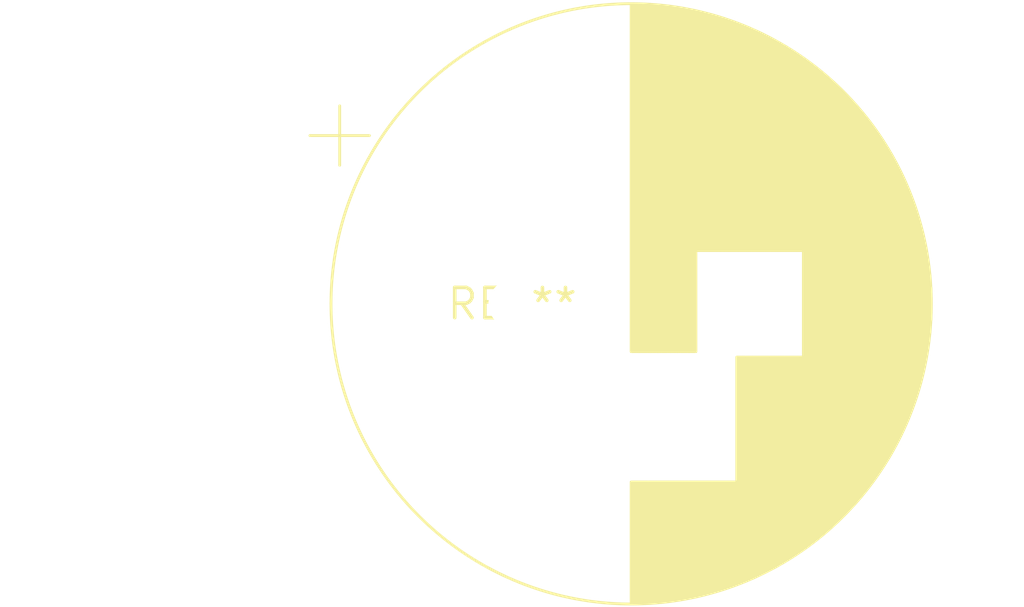
<source format=kicad_pcb>
(kicad_pcb (version 20240108) (generator pcbnew)
  (layers (0 "F.Cu" signal) (31 "B.Cu" signal) (34 "B.Paste" user) (35 "F.Paste" user) (36 "B.SilkS" user "B.Silkscreen") (37 "F.SilkS" user "F.Silkscreen") (38 "B.Mask" user) (39 "F.Mask" user) (44 "Edge.Cuts" user))
  (net 0 "")
  (footprint "CP_Radial_D25.0mm_P10.00mm_3pin_SnapIn" (layer "F.Cu") (at 0 0)
    (property "Reference" "REF**")
    (property "Value" "CP_Radial_D25.0mm_P10.00mm_3pin_SnapIn")
    (fp_line (start -8.504259 -7.075) (end -6.004259 -7.075) (layer "F.SilkS") (stroke (width 0.12)))
    (fp_line (start -7.254259 -8.325) (end -7.254259 -5.825) (layer "F.SilkS") (stroke (width 0.12)))
    (fp_line (start 5 -12.581) (end 5 2.01) (layer "F.SilkS") (stroke (width 0.12)))
    (fp_line (start 5 7.49) (end 5 12.581) (layer "F.SilkS") (stroke (width 0.12)))
    (fp_line (start 5.04 -12.58) (end 5.04 2.01) (layer "F.SilkS") (stroke (width 0.12)))
    (fp_line (start 5.04 7.49) (end 5.04 12.58) (layer "F.SilkS") (stroke (width 0.12)))
    (fp_line (start 5.08 -12.58) (end 5.08 2.01) (layer "F.SilkS") (stroke (width 0.12)))
    (fp_line (start 5.08 7.49) (end 5.08 12.58) (layer "F.SilkS") (stroke (width 0.12)))
    (fp_line (start 5.12 -12.58) (end 5.12 2.01) (layer "F.SilkS") (stroke (width 0.12)))
    (fp_line (start 5.12 7.49) (end 5.12 12.58) (layer "F.SilkS") (stroke (width 0.12)))
    (fp_line (start 5.16 -12.579) (end 5.16 2.01) (layer "F.SilkS") (stroke (width 0.12)))
    (fp_line (start 5.16 7.49) (end 5.16 12.579) (layer "F.SilkS") (stroke (width 0.12)))
    (fp_line (start 5.2 -12.579) (end 5.2 2.01) (layer "F.SilkS") (stroke (width 0.12)))
    (fp_line (start 5.2 7.49) (end 5.2 12.579) (layer "F.SilkS") (stroke (width 0.12)))
    (fp_line (start 5.24 -12.578) (end 5.24 2.01) (layer "F.SilkS") (stroke (width 0.12)))
    (fp_line (start 5.24 7.49) (end 5.24 12.578) (layer "F.SilkS") (stroke (width 0.12)))
    (fp_line (start 5.28 -12.577) (end 5.28 2.01) (layer "F.SilkS") (stroke (width 0.12)))
    (fp_line (start 5.28 7.49) (end 5.28 12.577) (layer "F.SilkS") (stroke (width 0.12)))
    (fp_line (start 5.32 -12.576) (end 5.32 2.01) (layer "F.SilkS") (stroke (width 0.12)))
    (fp_line (start 5.32 7.49) (end 5.32 12.576) (layer "F.SilkS") (stroke (width 0.12)))
    (fp_line (start 5.36 -12.575) (end 5.36 2.01) (layer "F.SilkS") (stroke (width 0.12)))
    (fp_line (start 5.36 7.49) (end 5.36 12.575) (layer "F.SilkS") (stroke (width 0.12)))
    (fp_line (start 5.4 -12.574) (end 5.4 2.01) (layer "F.SilkS") (stroke (width 0.12)))
    (fp_line (start 5.4 7.49) (end 5.4 12.574) (layer "F.SilkS") (stroke (width 0.12)))
    (fp_line (start 5.44 -12.573) (end 5.44 2.01) (layer "F.SilkS") (stroke (width 0.12)))
    (fp_line (start 5.44 7.49) (end 5.44 12.573) (layer "F.SilkS") (stroke (width 0.12)))
    (fp_line (start 5.48 -12.571) (end 5.48 2.01) (layer "F.SilkS") (stroke (width 0.12)))
    (fp_line (start 5.48 7.49) (end 5.48 12.571) (layer "F.SilkS") (stroke (width 0.12)))
    (fp_line (start 5.52 -12.57) (end 5.52 2.01) (layer "F.SilkS") (stroke (width 0.12)))
    (fp_line (start 5.52 7.49) (end 5.52 12.57) (layer "F.SilkS") (stroke (width 0.12)))
    (fp_line (start 5.56 -12.568) (end 5.56 2.01) (layer "F.SilkS") (stroke (width 0.12)))
    (fp_line (start 5.56 7.49) (end 5.56 12.568) (layer "F.SilkS") (stroke (width 0.12)))
    (fp_line (start 5.6 -12.566) (end 5.6 2.01) (layer "F.SilkS") (stroke (width 0.12)))
    (fp_line (start 5.6 7.49) (end 5.6 12.566) (layer "F.SilkS") (stroke (width 0.12)))
    (fp_line (start 5.64 -12.564) (end 5.64 2.01) (layer "F.SilkS") (stroke (width 0.12)))
    (fp_line (start 5.64 7.49) (end 5.64 12.564) (layer "F.SilkS") (stroke (width 0.12)))
    (fp_line (start 5.68 -12.562) (end 5.68 2.01) (layer "F.SilkS") (stroke (width 0.12)))
    (fp_line (start 5.68 7.49) (end 5.68 12.562) (layer "F.SilkS") (stroke (width 0.12)))
    (fp_line (start 5.721 -12.56) (end 5.721 2.01) (layer "F.SilkS") (stroke (width 0.12)))
    (fp_line (start 5.721 7.49) (end 5.721 12.56) (layer "F.SilkS") (stroke (width 0.12)))
    (fp_line (start 5.761 -12.558) (end 5.761 2.01) (layer "F.SilkS") (stroke (width 0.12)))
    (fp_line (start 5.761 7.49) (end 5.761 12.558) (layer "F.SilkS") (stroke (width 0.12)))
    (fp_line (start 5.801 -12.555) (end 5.801 2.01) (layer "F.SilkS") (stroke (width 0.12)))
    (fp_line (start 5.801 7.49) (end 5.801 12.555) (layer "F.SilkS") (stroke (width 0.12)))
    (fp_line (start 5.841 -12.553) (end 5.841 2.01) (layer "F.SilkS") (stroke (width 0.12)))
    (fp_line (start 5.841 7.49) (end 5.841 12.553) (layer "F.SilkS") (stroke (width 0.12)))
    (fp_line (start 5.881 -12.55) (end 5.881 2.01) (layer "F.SilkS") (stroke (width 0.12)))
    (fp_line (start 5.881 7.49) (end 5.881 12.55) (layer "F.SilkS") (stroke (width 0.12)))
    (fp_line (start 5.921 -12.547) (end 5.921 2.01) (layer "F.SilkS") (stroke (width 0.12)))
    (fp_line (start 5.921 7.49) (end 5.921 12.547) (layer "F.SilkS") (stroke (width 0.12)))
    (fp_line (start 5.961 -12.544) (end 5.961 2.01) (layer "F.SilkS") (stroke (width 0.12)))
    (fp_line (start 5.961 7.49) (end 5.961 12.544) (layer "F.SilkS") (stroke (width 0.12)))
    (fp_line (start 6.001 -12.541) (end 6.001 2.01) (layer "F.SilkS") (stroke (width 0.12)))
    (fp_line (start 6.001 7.49) (end 6.001 12.541) (layer "F.SilkS") (stroke (width 0.12)))
    (fp_line (start 6.041 -12.538) (end 6.041 2.01) (layer "F.SilkS") (stroke (width 0.12)))
    (fp_line (start 6.041 7.49) (end 6.041 12.538) (layer "F.SilkS") (stroke (width 0.12)))
    (fp_line (start 6.081 -12.534) (end 6.081 2.01) (layer "F.SilkS") (stroke (width 0.12)))
    (fp_line (start 6.081 7.49) (end 6.081 12.534) (layer "F.SilkS") (stroke (width 0.12)))
    (fp_line (start 6.121 -12.531) (end 6.121 2.01) (layer "F.SilkS") (stroke (width 0.12)))
    (fp_line (start 6.121 7.49) (end 6.121 12.531) (layer "F.SilkS") (stroke (width 0.12)))
    (fp_line (start 6.161 -12.527) (end 6.161 2.01) (layer "F.SilkS") (stroke (width 0.12)))
    (fp_line (start 6.161 7.49) (end 6.161 12.527) (layer "F.SilkS") (stroke (width 0.12)))
    (fp_line (start 6.201 -12.523) (end 6.201 2.01) (layer "F.SilkS") (stroke (width 0.12)))
    (fp_line (start 6.201 7.49) (end 6.201 12.523) (layer "F.SilkS") (stroke (width 0.12)))
    (fp_line (start 6.241 -12.519) (end 6.241 2.01) (layer "F.SilkS") (stroke (width 0.12)))
    (fp_line (start 6.241 7.49) (end 6.241 12.519) (layer "F.SilkS") (stroke (width 0.12)))
    (fp_line (start 6.281 -12.515) (end 6.281 2.01) (layer "F.SilkS") (stroke (width 0.12)))
    (fp_line (start 6.281 7.49) (end 6.281 12.515) (layer "F.SilkS") (stroke (width 0.12)))
    (fp_line (start 6.321 -12.511) (end 6.321 2.01) (layer "F.SilkS") (stroke (width 0.12)))
    (fp_line (start 6.321 7.49) (end 6.321 12.511) (layer "F.SilkS") (stroke (width 0.12)))
    (fp_line (start 6.361 -12.507) (end 6.361 2.01) (layer "F.SilkS") (stroke (width 0.12)))
    (fp_line (start 6.361 7.49) (end 6.361 12.507) (layer "F.SilkS") (stroke (width 0.12)))
    (fp_line (start 6.401 -12.503) (end 6.401 2.01) (layer "F.SilkS") (stroke (width 0.12)))
    (fp_line (start 6.401 7.49) (end 6.401 12.503) (layer "F.SilkS") (stroke (width 0.12)))
    (fp_line (start 6.441 -12.498) (end 6.441 2.01) (layer "F.SilkS") (stroke (width 0.12)))
    (fp_line (start 6.441 7.49) (end 6.441 12.498) (layer "F.SilkS") (stroke (width 0.12)))
    (fp_line (start 6.481 -12.493) (end 6.481 2.01) (layer "F.SilkS") (stroke (width 0.12)))
    (fp_line (start 6.481 7.49) (end 6.481 12.493) (layer "F.SilkS") (stroke (width 0.12)))
    (fp_line (start 6.521 -12.489) (end 6.521 2.01) (layer "F.SilkS") (stroke (width 0.12)))
    (fp_line (start 6.521 7.49) (end 6.521 12.489) (layer "F.SilkS") (stroke (width 0.12)))
    (fp_line (start 6.561 -12.484) (end 6.561 2.01) (layer "F.SilkS") (stroke (width 0.12)))
    (fp_line (start 6.561 7.49) (end 6.561 12.484) (layer "F.SilkS") (stroke (width 0.12)))
    (fp_line (start 6.601 -12.479) (end 6.601 2.01) (layer "F.SilkS") (stroke (width 0.12)))
    (fp_line (start 6.601 7.49) (end 6.601 12.479) (layer "F.SilkS") (stroke (width 0.12)))
    (fp_line (start 6.641 -12.473) (end 6.641 2.01) (layer "F.SilkS") (stroke (width 0.12)))
    (fp_line (start 6.641 7.49) (end 6.641 12.473) (layer "F.SilkS") (stroke (width 0.12)))
    (fp_line (start 6.681 -12.468) (end 6.681 2.01) (layer "F.SilkS") (stroke (width 0.12)))
    (fp_line (start 6.681 7.49) (end 6.681 12.468) (layer "F.SilkS") (stroke (width 0.12)))
    (fp_line (start 6.721 -12.463) (end 6.721 2.01) (layer "F.SilkS") (stroke (width 0.12)))
    (fp_line (start 6.721 7.49) (end 6.721 12.463) (layer "F.SilkS") (stroke (width 0.12)))
    (fp_line (start 6.761 -12.457) (end 6.761 2.01) (layer "F.SilkS") (stroke (width 0.12)))
    (fp_line (start 6.761 7.49) (end 6.761 12.457) (layer "F.SilkS") (stroke (width 0.12)))
    (fp_line (start 6.801 -12.451) (end 6.801 2.01) (layer "F.SilkS") (stroke (width 0.12)))
    (fp_line (start 6.801 7.49) (end 6.801 12.451) (layer "F.SilkS") (stroke (width 0.12)))
    (fp_line (start 6.841 -12.446) (end 6.841 2.01) (layer "F.SilkS") (stroke (width 0.12)))
    (fp_line (start 6.841 7.49) (end 6.841 12.446) (layer "F.SilkS") (stroke (width 0.12)))
    (fp_line (start 6.881 -12.44) (end 6.881 2.01) (layer "F.SilkS") (stroke (width 0.12)))
    (fp_line (start 6.881 7.49) (end 6.881 12.44) (layer "F.SilkS") (stroke (width 0.12)))
    (fp_line (start 6.921 -12.434) (end 6.921 2.01) (layer "F.SilkS") (stroke (width 0.12)))
    (fp_line (start 6.921 7.49) (end 6.921 12.434) (layer "F.SilkS") (stroke (width 0.12)))
    (fp_line (start 6.961 -12.427) (end 6.961 2.01) (layer "F.SilkS") (stroke (width 0.12)))
    (fp_line (start 6.961 7.49) (end 6.961 12.427) (layer "F.SilkS") (stroke (width 0.12)))
    (fp_line (start 7.001 -12.421) (end 7.001 2.01) (layer "F.SilkS") (stroke (width 0.12)))
    (fp_line (start 7.001 7.49) (end 7.001 12.421) (layer "F.SilkS") (stroke (width 0.12)))
    (fp_line (start 7.041 -12.415) (end 7.041 2.01) (layer "F.SilkS") (stroke (width 0.12)))
    (fp_line (start 7.041 7.49) (end 7.041 12.415) (layer "F.SilkS") (stroke (width 0.12)))
    (fp_line (start 7.081 -12.408) (end 7.081 2.01) (layer "F.SilkS") (stroke (width 0.12)))
    (fp_line (start 7.081 7.49) (end 7.081 12.408) (layer "F.SilkS") (stroke (width 0.12)))
    (fp_line (start 7.121 -12.401) (end 7.121 2.01) (layer "F.SilkS") (stroke (width 0.12)))
    (fp_line (start 7.121 7.49) (end 7.121 12.401) (layer "F.SilkS") (stroke (width 0.12)))
    (fp_line (start 7.161 -12.394) (end 7.161 2.01) (layer "F.SilkS") (stroke (width 0.12)))
    (fp_line (start 7.161 7.49) (end 7.161 12.394) (layer "F.SilkS") (stroke (width 0.12)))
    (fp_line (start 7.201 -12.387) (end 7.201 2.01) (layer "F.SilkS") (stroke (width 0.12)))
    (fp_line (start 7.201 7.49) (end 7.201 12.387) (layer "F.SilkS") (stroke (width 0.12)))
    (fp_line (start 7.241 -12.38) (end 7.241 2.01) (layer "F.SilkS") (stroke (width 0.12)))
    (fp_line (start 7.241 7.49) (end 7.241 12.38) (layer "F.SilkS") (stroke (width 0.12)))
    (fp_line (start 7.281 -12.373) (end 7.281 2.01) (layer "F.SilkS") (stroke (width 0.12)))
    (fp_line (start 7.281 7.49) (end 7.281 12.373) (layer "F.SilkS") (stroke (width 0.12)))
    (fp_line (start 7.321 -12.365) (end 7.321 2.01) (layer "F.SilkS") (stroke (width 0.12)))
    (fp_line (start 7.321 7.49) (end 7.321 12.365) (layer "F.SilkS") (stroke (width 0.12)))
    (fp_line (start 7.361 -12.358) (end 7.361 2.01) (layer "F.SilkS") (stroke (width 0.12)))
    (fp_line (start 7.361 7.49) (end 7.361 12.358) (layer "F.SilkS") (stroke (width 0.12)))
    (fp_line (start 7.401 -12.35) (end 7.401 2.01) (layer "F.SilkS") (stroke (width 0.12)))
    (fp_line (start 7.401 7.49) (end 7.401 12.35) (layer "F.SilkS") (stroke (width 0.12)))
    (fp_line (start 7.441 -12.342) (end 7.441 2.01) (layer "F.SilkS") (stroke (width 0.12)))
    (fp_line (start 7.441 7.49) (end 7.441 12.342) (layer "F.SilkS") (stroke (width 0.12)))
    (fp_line (start 7.481 -12.334) (end 7.481 2.01) (layer "F.SilkS") (stroke (width 0.12)))
    (fp_line (start 7.481 7.49) (end 7.481 12.334) (layer "F.SilkS") (stroke (width 0.12)))
    (fp_line (start 7.521 -12.326) (end 7.521 2.01) (layer "F.SilkS") (stroke (width 0.12)))
    (fp_line (start 7.521 7.49) (end 7.521 12.326) (layer "F.SilkS") (stroke (width 0.12)))
    (fp_line (start 7.561 -12.318) (end 7.561 2.01) (layer "F.SilkS") (stroke (width 0.12)))
    (fp_line (start 7.561 7.49) (end 7.561 12.318) (layer "F.SilkS") (stroke (width 0.12)))
    (fp_line (start 7.601 -12.31) (end 7.601 2.01) (layer "F.SilkS") (stroke (width 0.12)))
    (fp_line (start 7.601 7.49) (end 7.601 12.31) (layer "F.SilkS") (stroke (width 0.12)))
    (fp_line (start 7.641 -12.301) (end 7.641 2.01) (layer "F.SilkS") (stroke (width 0.12)))
    (fp_line (start 7.641 7.49) (end 7.641 12.301) (layer "F.SilkS") (stroke (width 0.12)))
    (fp_line (start 7.681 -12.293) (end 7.681 2.01) (layer "F.SilkS") (stroke (width 0.12)))
    (fp_line (start 7.681 7.49) (end 7.681 12.293) (layer "F.SilkS") (stroke (width 0.12)))
    (fp_line (start 7.721 -12.284) (end 7.721 2.01) (layer "F.SilkS") (stroke (width 0.12)))
    (fp_line (start 7.721 7.49) (end 7.721 12.284) (layer "F.SilkS") (stroke (width 0.12)))
    (fp_line (start 7.761 -12.275) (end 7.761 -2.24) (layer "F.SilkS") (stroke (width 0.12)))
    (fp_line (start 7.761 7.49) (end 7.761 12.275) (layer "F.SilkS") (stroke (width 0.12)))
    (fp_line (start 7.801 -12.266) (end 7.801 -2.24) (layer "F.SilkS") (stroke (width 0.12)))
    (fp_line (start 7.801 7.49) (end 7.801 12.266) (layer "F.SilkS") (stroke (width 0.12)))
    (fp_line (start 7.841 -12.257) (end 7.841 -2.24) (layer "F.SilkS") (stroke (width 0.12)))
    (fp_line (start 7.841 7.49) (end 7.841 12.257) (layer "F.SilkS") (stroke (width 0.12)))
    (fp_line (start 7.881 -12.247) (end 7.881 -2.24) (layer "F.SilkS") (stroke (width 0.12)))
    (fp_line (start 7.881 7.49) (end 7.881 12.247) (layer "F.SilkS") (stroke (width 0.12)))
    (fp_line (start 7.921 -12.238) (end 7.921 -2.24) (layer "F.SilkS") (stroke (width 0.12)))
    (fp_line (start 7.921 7.49) (end 7.921 12.238) (layer "F.SilkS") (stroke (width 0.12)))
    (fp_line (start 7.961 -12.228) (end 7.961 -2.24) (layer "F.SilkS") (stroke (width 0.12)))
    (fp_line (start 7.961 7.49) (end 7.961 12.228) (layer "F.SilkS") (stroke (width 0.12)))
    (fp_line (start 8.001 -12.219) (end 8.001 -2.24) (layer "F.SilkS") (stroke (width 0.12)))
    (fp_line (start 8.001 7.49) (end 8.001 12.219) (layer "F.SilkS") (stroke (width 0.12)))
    (fp_line (start 8.041 -12.209) (end 8.041 -2.24) (layer "F.SilkS") (stroke (width 0.12)))
    (fp_line (start 8.041 7.49) (end 8.041 12.209) (layer "F.SilkS") (stroke (width 0.12)))
    (fp_line (start 8.081 -12.199) (end 8.081 -2.24) (layer "F.SilkS") (stroke (width 0.12)))
    (fp_line (start 8.081 7.49) (end 8.081 12.199) (layer "F.SilkS") (stroke (width 0.12)))
    (fp_line (start 8.121 -12.189) (end 8.121 -2.24) (layer "F.SilkS") (stroke (width 0.12)))
    (fp_line (start 8.121 7.49) (end 8.121 12.189) (layer "F.SilkS") (stroke (width 0.12)))
    (fp_line (start 8.161 -12.178) (end 8.161 -2.24) (layer "F.SilkS") (stroke (width 0.12)))
    (fp_line (start 8.161 7.49) (end 8.161 12.178) (layer "F.SilkS") (stroke (width 0.12)))
    (fp_line (start 8.201 -12.168) (end 8.201 -2.24) (layer "F.SilkS") (stroke (width 0.12)))
    (fp_line (start 8.201 7.49) (end 8.201 12.168) (layer "F.SilkS") (stroke (width 0.12)))
    (fp_line (start 8.241 -12.157) (end 8.241 -2.24) (layer "F.SilkS") (stroke (width 0.12)))
    (fp_line (start 8.241 7.49) (end 8.241 12.157) (layer "F.SilkS") (stroke (width 0.12)))
    (fp_line (start 8.281 -12.147) (end 8.281 -2.24) (layer "F.SilkS") (stroke (width 0.12)))
    (fp_line (start 8.281 7.49) (end 8.281 12.147) (layer "F.SilkS") (stroke (width 0.12)))
    (fp_line (start 8.321 -12.136) (end 8.321 -2.24) (layer "F.SilkS") (stroke (width 0.12)))
    (fp_line (start 8.321 7.49) (end 8.321 12.136) (layer "F.SilkS") (stroke (width 0.12)))
    (fp_line (start 8.361 -12.125) (end 8.361 -2.24) (layer "F.SilkS") (stroke (width 0.12)))
    (fp_line (start 8.361 7.49) (end 8.361 12.125) (layer "F.SilkS") (stroke (width 0.12)))
    (fp_line (start 8.401 -12.114) (end 8.401 -2.24) (layer "F.SilkS") (stroke (width 0.12)))
    (fp_line (start 8.401 7.49) (end 8.401 12.114) (layer "F.SilkS") (stroke (width 0.12)))
    (fp_line (start 8.441 -12.103) (end 8.441 -2.24) (layer "F.SilkS") (stroke (width 0.12)))
    (fp_line (start 8.441 7.49) (end 8.441 12.103) (layer "F.SilkS") (stroke (width 0.12)))
    (fp_line (start 8.481 -12.091) (end 8.481 -2.24) (layer "F.SilkS") (stroke (width 0.12)))
    (fp_line (start 8.481 7.49) (end 8.481 12.091) (layer "F.SilkS") (stroke (width 0.12)))
    (fp_line (start 8.521 -12.08) (end 8.521 -2.24) (layer "F.SilkS") (stroke (width 0.12)))
    (fp_line (start 8.521 7.49) (end 8.521 12.08) (layer "F.SilkS") (stroke (width 0.12)))
    (fp_line (start 8.561 -12.068) (end 8.561 -2.24) (layer "F.SilkS") (stroke (width 0.12)))
    (fp_line (start 8.561 7.49) (end 8.561 12.068) (layer "F.SilkS") (stroke (width 0.12)))
    (fp_line (start 8.601 -12.056) (end 8.601 -2.24) (layer "F.SilkS") (stroke (width 0.12)))
    (fp_line (start 8.601 7.49) (end 8.601 12.056) (layer "F.SilkS") (stroke (width 0.12)))
    (fp_line (start 8.641 -12.044) (end 8.641 -2.24) (layer "F.SilkS") (stroke (width 0.12)))
    (fp_line (start 8.641 7.49) (end 8.641 12.044) (layer "F.SilkS") (stroke (width 0.12)))
    (fp_line (start 8.681 -12.032) (end 8.681 -2.24) (layer "F.SilkS") (stroke (width 0.12)))
    (fp_line (start 8.681 7.49) (end 8.681 12.032) (layer "F.SilkS") (stroke (width 0.12)))
    (fp_line (start 8.721 -12.02) (end 8.721 -2.24) (layer "F.SilkS") (stroke (width 0.12)))
    (fp_line (start 8.721 7.49) (end 8.721 12.02) (layer "F.SilkS") (stroke (width 0.12)))
    (fp_line (start 8.761 -12.007) (end 8.761 -2.24) (layer "F.SilkS") (stroke (width 0.12)))
    (fp_line (start 8.761 7.49) (end 8.761 12.007) (layer "F.SilkS") (stroke (width 0.12)))
    (fp_line (start 8.801 -11.995) (end 8.801 -2.24) (layer "F.SilkS") (stroke (width 0.12)))
    (fp_line (start 8.801 7.49) (end 8.801 11.995) (layer "F.SilkS") (stroke (width 0.12)))
    (fp_line (start 8.841 -11.982) (end 8.841 -2.24) (layer "F.SilkS") (stroke (width 0.12)))
    (fp_line (start 8.841 7.49) (end 8.841 11.982) (layer "F.SilkS") (stroke (width 0.12)))
    (fp_line (start 8.881 -11.969) (end 8.881 -2.24) (layer "F.SilkS") (stroke (width 0.12)))
    (fp_line (start 8.881 7.49) (end 8.881 11.969) (layer "F.SilkS") (stroke (width 0.12)))
    (fp_line (start 8.921 -11.956) (end 8.921 -2.24) (layer "F.SilkS") (stroke (width 0.12)))
    (fp_line (start 8.921 7.49) (end 8.921 11.956) (layer "F.SilkS") (stroke (width 0.12)))
    (fp_line (start 8.961 -11.943) (end 8.961 -2.24) (layer "F.SilkS") (stroke (width 0.12)))
    (fp_line (start 8.961 7.49) (end 8.961 11.943) (layer "F.SilkS") (stroke (width 0.12)))
    (fp_line (start 9.001 -11.93) (end 9.001 -2.24) (layer "F.SilkS") (stroke (width 0.12)))
    (fp_line (start 9.001 7.49) (end 9.001 11.93) (layer "F.SilkS") (stroke (width 0.12)))
    (fp_line (start 9.041 -11.916) (end 9.041 -2.24) (layer "F.SilkS") (stroke (width 0.12)))
    (fp_line (start 9.041 7.49) (end 9.041 11.916) (layer "F.SilkS") (stroke (width 0.12)))
    (fp_line (start 9.081 -11.903) (end 9.081 -2.24) (layer "F.SilkS") (stroke (width 0.12)))
    (fp_line (start 9.081 7.49) (end 9.081 11.903) (layer "F.SilkS") (stroke (width 0.12)))
    (fp_line (start 9.121 -11.889) (end 9.121 -2.24) (layer "F.SilkS") (stroke (width 0.12)))
    (fp_line (start 9.121 7.49) (end 9.121 11.889) (layer "F.SilkS") (stroke (width 0.12)))
    (fp_line (start 9.161 -11.875) (end 9.161 -2.24) (layer "F.SilkS") (stroke (width 0.12)))
    (fp_line (start 9.161 7.49) (end 9.161 11.875) (layer "F.SilkS") (stroke (width 0.12)))
    (fp_line (start 9.201 -11.861) (end 9.201 -2.24) (layer "F.SilkS") (stroke (width 0.12)))
    (fp_line (start 9.201 7.49) (end 9.201 11.861) (layer "F.SilkS") (stroke (width 0.12)))
    (fp_line (start 9.241 -11.847) (end 9.241 -2.24) (layer "F.SilkS") (stroke (width 0.12)))
    (fp_line (start 9.241 7.49) (end 9.241 11.847) (layer "F.SilkS") (stroke (width 0.12)))
    (fp_line (start 9.281 -11.833) (end 9.281 -2.24) (layer "F.SilkS") (stroke (width 0.12)))
    (fp_line (start 9.281 7.49) (end 9.281 11.833) (layer "F.SilkS") (stroke (width 0.12)))
    (fp_line (start 9.321 -11.818) (end 9.321 -2.24) (layer "F.SilkS") (stroke (width 0.12)))
    (fp_line (start 9.321 7.49) (end 9.321 11.818) (layer "F.SilkS") (stroke (width 0.12)))
    (fp_line (start 9.361 -11.803) (end 9.361 -2.24) (layer "F.SilkS") (stroke (width 0.12)))
    (fp_line (start 9.361 7.49) (end 9.361 11.803) (layer "F.SilkS") (stroke (width 0.12)))
    (fp_line (start 9.401 -11.789) (end 9.401 -2.24) (layer "F.SilkS") (stroke (width 0.12)))
    (fp_line (start 9.401 7.49) (end 9.401 11.789) (layer "F.SilkS") (stroke (width 0.12)))
    (fp_line (start 9.441 -11.774) (end 9.441 -2.24) (layer "F.SilkS") (stroke (width 0.12)))
    (fp_line (start 9.441 2.24) (end 9.441 11.774) (layer "F.SilkS") (stroke (width 0.12)))
    (fp_line (start 9.481 -11.759) (end 9.481 -2.24) (layer "F.SilkS") (stroke (width 0.12)))
    (fp_line (start 9.481 2.24) (end 9.481 11.759) (layer "F.SilkS") (stroke (width 0.12)))
    (fp_line (start 9.521 -11.743) (end 9.521 -2.24) (layer "F.SilkS") (stroke (width 0.12)))
    (fp_line (start 9.521 2.24) (end 9.521 11.743) (layer "F.SilkS") (stroke (width 0.12)))
    (fp_line (start 9.561 -11.728) (end 9.561 -2.24) (layer "F.SilkS") (stroke (width 0.12)))
    (fp_line (start 9.561 2.24) (end 9.561 11.728) (layer "F.SilkS") (stroke (width 0.12)))
    (fp_line (start 9.601 -11.712) (end 9.601 -2.24) (layer "F.SilkS") (stroke (width 0.12)))
    (fp_line (start 9.601 2.24) (end 9.601 11.712) (layer "F.SilkS") (stroke (width 0.12)))
    (fp_line (start 9.641 -11.697) (end 9.641 -2.24) (layer "F.SilkS") (stroke (width 0.12)))
    (fp_line (start 9.641 2.24) (end 9.641 11.697) (layer "F.SilkS") (stroke (width 0.12)))
    (fp_line (start 9.681 -11.681) (end 9.681 -2.24) (layer "F.SilkS") (stroke (width 0.12)))
    (fp_line (start 9.681 2.24) (end 9.681 11.681) (layer "F.SilkS") (stroke (width 0.12)))
    (fp_line (start 9.721 -11.665) (end 9.721 -2.24) (layer "F.SilkS") (stroke (width 0.12)))
    (fp_line (start 9.721 2.24) (end 9.721 11.665) (layer "F.SilkS") (stroke (width 0.12)))
    (fp_line (start 9.761 -11.648) (end 9.761 -2.24) (layer "F.SilkS") (stroke (width 0.12)))
    (fp_line (start 9.761 2.24) (end 9.761 11.648) (layer "F.SilkS") (stroke (width 0.12)))
    (fp_line (start 9.801 -11.632) (end 9.801 -2.24) (layer "F.SilkS") (stroke (width 0.12)))
    (fp_line (start 9.801 2.24) (end 9.801 11.632) (layer "F.SilkS") (stroke (width 0.12)))
    (fp_line (start 9.841 -11.615) (end 9.841 -2.24) (layer "F.SilkS") (stroke (width 0.12)))
    (fp_line (start 9.841 2.24) (end 9.841 11.615) (layer "F.SilkS") (stroke (width 0.12)))
    (fp_line (start 9.881 -11.599) (end 9.881 -2.24) (layer "F.SilkS") (stroke (width 0.12)))
    (fp_line (start 9.881 2.24) (end 9.881 11.599) (layer "F.SilkS") (stroke (width 0.12)))
    (fp_line (start 9.921 -11.582) (end 9.921 -2.24) (layer "F.SilkS") (stroke (width 0.12)))
    (fp_line (start 9.921 2.24) (end 9.921 11.582) (layer "F.SilkS") (stroke (width 0.12)))
    (fp_line (start 9.961 -11.565) (end 9.961 -2.24) (layer "F.SilkS") (stroke (width 0.12)))
    (fp_line (start 9.961 2.24) (end 9.961 11.565) (layer "F.SilkS") (stroke (width 0.12)))
    (fp_line (start 10.001 -11.548) (end 10.001 -2.24) (layer "F.SilkS") (stroke (width 0.12)))
    (fp_line (start 10.001 2.24) (end 10.001 11.548) (layer "F.SilkS") (stroke (width 0.12)))
    (fp_line (start 10.041 -11.53) (end 10.041 -2.24) (layer "F.SilkS") (stroke (width 0.12)))
    (fp_line (start 10.041 2.24) (end 10.041 11.53) (layer "F.SilkS") (stroke (width 0.12)))
    (fp_line (start 10.081 -11.513) (end 10.081 -2.24) (layer "F.SilkS") (stroke (width 0.12)))
    (fp_line (start 10.081 2.24) (end 10.081 11.513) (layer "F.SilkS") (stroke (width 0.12)))
    (fp_line (start 10.121 -11.495) (end 10.121 -2.24) (layer "F.SilkS") (stroke (width 0.12)))
    (fp_line (start 10.121 2.24) (end 10.121 11.495) (layer "F.SilkS") (stroke (width 0.12)))
    (fp_line (start 10.161 -11.477) (end 10.161 -2.24) (layer "F.SilkS") (stroke (width 0.12)))
    (fp_line (start 10.161 2.24) (end 10.161 11.477) (layer "F.SilkS") (stroke (width 0.12)))
    (fp_line (start 10.201 -11.459) (end 10.201 -2.24) (layer "F.SilkS") (stroke (width 0.12)))
    (fp_line (start 10.201 2.24) (end 10.201 11.459) (layer "F.SilkS") (stroke (width 0.12)))
    (fp_line (start 10.241 -11.441) (end 10.241 -2.24) (layer "F.SilkS") (stroke (width 0.12)))
    (fp_line (start 10.241 2.24) (end 10.241 11.441) (layer "F.SilkS") (stroke (width 0.12)))
    (fp_line (start 10.281 -11.423) (end 10.281 -2.24) (layer "F.SilkS") (stroke (width 0.12)))
    (fp_line (start 10.281 2.24) (end 10.281 11.423) (layer "F.SilkS") (stroke (width 0.12)))
    (fp_line (start 10.321 -11.404) (end 10.321 -2.24) (layer "F.SilkS") (stroke (width 0.12)))
    (fp_line (start 10.321 2.24) (end 10.321 11.404) (layer "F.SilkS") (stroke (width 0.12)))
    (fp_line (start 10.361 -11.386) (end 10.361 -2.24) (layer "F.SilkS") (stroke (width 0.12)))
    (fp_line (start 10.361 2.24) (end 10.361 11.386) (layer "F.SilkS") (stroke (width 0.12)))
    (fp_line (start 10.401 -11.367) (end 10.401 -2.24) (layer "F.SilkS") (stroke (width 0.12)))
    (fp_line (start 10.401 2.24) (end 10.401 11.367) (layer "F.SilkS") (stroke (width 0.12)))
    (fp_line (start 10.441 -11.348) (end 10.441 -2.24) (layer "F.SilkS") (stroke (width 0.12)))
    (fp_line (start 10.441 2.24) (end 10.441 11.348) (layer "F.SilkS") (stroke (width 0.12)))
    (fp_line (start 10.481 -11.329) (end 10.481 -2.24) (layer "F.SilkS") (stroke (width 0.12)))
    (fp_line (start 10.481 2.24) (end 10.481 11.329) (layer "F.SilkS") (stroke (width 0.12)))
    (fp_line (start 10.521 -11.309) (end 10.521 -2.24) (layer "F.SilkS") (stroke (width 0.12)))
    (fp_line (start 10.521 2.24) (end 10.521 11.309) (layer "F.SilkS") (stroke (width 0.12)))
    (fp_line (start 10.561 -11.29) (end 10.561 -2.24) (layer "F.SilkS") (stroke (width 0.12)))
    (fp_line (start 10.561 2.24) (end 10.561 11.29) (layer "F.SilkS") (stroke (width 0.12)))
    (fp_line (start 10.601 -11.27) (end 10.601 -2.24) (layer "F.SilkS") (stroke (width 0.12)))
    (fp_line (start 10.601 2.24) (end 10.601 11.27) (layer "F.SilkS") (stroke (width 0.12)))
    (fp_line (start 10.641 -11.25) (end 10.641 -2.24) (layer "F.SilkS") (stroke (width 0.12)))
    (fp_line (start 10.641 2.24) (end 10.641 11.25) (layer "F.SilkS") (stroke (width 0.12)))
    (fp_line (start 10.681 -11.23) (end 10.681 -2.24) (layer "F.SilkS") (stroke (width 0.12)))
    (fp_line (start 10.681 2.24) (end 10.681 11.23) (layer "F.SilkS") (stroke (width 0.12)))
    (fp_line (start 10.721 -11.21) (end 10.721 -2.24) (layer "F.SilkS") (stroke (width 0.12)))
    (fp_line (start 10.721 2.24) (end 10.721 11.21) (layer "F.SilkS") (stroke (width 0.12)))
    (fp_line (start 10.761 -11.189) (end 10.761 -2.24) (layer "F.SilkS") (stroke (width 0.12)))
    (fp_line (start 10.761 2.24) (end 10.761 11.189) (layer "F.SilkS") (stroke (width 0.12)))
    (fp_line (start 10.801 -11.169) (end 10.801 -2.24) (layer "F.SilkS") (stroke (width 0.12)))
    (fp_line (start 10.801 2.24) (end 10.801 11.169) (layer "F.SilkS") (stroke (width 0.12)))
    (fp_line (start 10.841 -11.148) (end 10.841 -2.24) (layer "F.SilkS") (stroke (width 0.12)))
    (fp_line (start 10.841 2.24) (end 10.841 11.148) (layer "F.SilkS") (stroke (width 0.12)))
    (fp_line (start 10.881 -11.127) (end 10.881 -2.24) (layer "F.SilkS") (stroke (width 0.12)))
    (fp_line (start 10.881 2.24) (end 10.881 11.127) (layer "F.SilkS") (stroke (width 0.12)))
    (fp_line (start 10.921 -11.106) (end 10.921 -2.24) (layer "F.SilkS") (stroke (width 0.12)))
    (fp_line (start 10.921 2.24) (end 10.921 11.106) (layer "F.SilkS") (stroke (width 0.12)))
    (fp_line (start 10.961 -11.084) (end 10.961 -2.24) (layer "F.SilkS") (stroke (width 0.12)))
    (fp_line (start 10.961 2.24) (end 10.961 11.084) (layer "F.SilkS") (stroke (width 0.12)))
    (fp_line (start 11.001 -11.063) (end 11.001 -2.24) (layer "F.SilkS") (stroke (width 0.12)))
    (fp_line (start 11.001 2.24) (end 11.001 11.063) (layer "F.SilkS") (stroke (width 0.12)))
    (fp_line (start 11.041 -11.041) (end 11.041 -2.24) (layer "F.SilkS") (stroke (width 0.12)))
    (fp_line (start 11.041 2.24) (end 11.041 11.041) (layer "F.SilkS") (stroke (width 0.12)))
    (fp_line (start 11.081 -11.019) (end 11.081 -2.24) (layer "F.SilkS") (stroke (width 0.12)))
    (fp_line (start 11.081 2.24) (end 11.081 11.019) (layer "F.SilkS") (stroke (width 0.12)))
    (fp_line (start 11.121 -10.997) (end 11.121 -2.24) (layer "F.SilkS") (stroke (width 0.12)))
    (fp_line (start 11.121 2.24) (end 11.121 10.997) (layer "F.SilkS") (stroke (width 0.12)))
    (fp_line (start 11.161 -10.975) (end 11.161 -2.24) (layer "F.SilkS") (stroke (width 0.12)))
    (fp_line (start 11.161 2.24) (end 11.161 10.975) (layer "F.SilkS") (stroke (width 0.12)))
    (fp_line (start 11.201 -10.953) (end 11.201 -2.24) (layer "F.SilkS") (stroke (width 0.12)))
    (fp_line (start 11.201 2.24) (end 11.201 10.953) (layer "F.SilkS") (stroke (width 0.12)))
    (fp_line (start 11.241 -10.93) (end 11.241 -2.24) (layer "F.SilkS") (stroke (width 0.12)))
    (fp_line (start 11.241 2.24) (end 11.241 10.93) (layer "F.SilkS") (stroke (width 0.12)))
    (fp_line (start 11.281 -10.907) (end 11.281 -2.24) (layer "F.SilkS") (stroke (width 0.12)))
    (fp_line (start 11.281 2.24) (end 11.281 10.907) (layer "F.SilkS") (stroke (width 0.12)))
    (fp_line (start 11.321 -10.884) (end 11.321 -2.24) (layer "F.SilkS") (stroke (width 0.12)))
    (fp_line (start 11.321 2.24) (end 11.321 10.884) (layer "F.SilkS") (stroke (width 0.12)))
    (fp_line (start 11.361 -10.861) (end 11.361 -2.24) (layer "F.SilkS") (stroke (width 0.12)))
    (fp_line (start 11.361 2.24) (end 11.361 10.861) (layer "F.SilkS") (stroke (width 0.12)))
    (fp_line (start 11.401 -10.837) (end 11.401 -2.24) (layer "F.SilkS") (stroke (width 0.12)))
    (fp_line (start 11.401 2.24) (end 11.401 10.837) (layer "F.SilkS") (stroke (width 0.12)))
    (fp_line (start 11.441 -10.814) (end 11.441 -2.24) (layer "F.SilkS") (stroke (width 0.12)))
    (fp_line (start 11.441 2.24) (end 11.441 10.814) (layer "F.SilkS") (stroke (width 0.12)))
    (fp_line (start 11.481 -10.79) (end 11.481 -2.24) (layer "F.SilkS") (stroke (width 0.12)))
    (fp_line (start 11.481 2.24) (end 11.481 10.79) (layer "F.SilkS") (stroke (width 0.12)))
    (fp_line (start 11.521 -10.766) (end 11.521 -2.24) (layer "F.SilkS") (stroke (width 0.12)))
    (fp_line (start 11.521 2.24) (end 11.521 10.766) (layer "F.SilkS") (stroke (width 0.12)))
    (fp_line (start 11.561 -10.742) (end 11.561 -2.24) (layer "F.SilkS") (stroke (width 0.12)))
    (fp_line (start 11.561 2.24) (end 11.561 10.742) (layer "F.SilkS") (stroke (width 0.12)))
    (fp_line (start 11.601 -10.717) (end 11.601 -2.24) (layer "F.SilkS") (stroke (width 0.12)))
    (fp_line (start 11.601 2.24) (end 11.601 10.717) (layer "F.SilkS") (stroke (width 0.12)))
    (fp_line (start 11.641 -10.692) (end 11.641 -2.24) (layer "F.SilkS") (stroke (width 0.12)))
    (fp_line (start 11.641 2.24) (end 11.641 10.692) (layer "F.SilkS") (stroke (width 0.12)))
    (fp_line (start 11.681 -10.668) (end 11.681 -2.24) (layer "F.SilkS") (stroke (width 0.12)))
    (fp_line (start 11.681 2.24) (end 11.681 10.668) (layer "F.SilkS") (stroke (width 0.12)))
    (fp_line (start 11.721 -10.643) (end 11.721 -2.24) (layer "F.SilkS") (stroke (width 0.12)))
    (fp_line (start 11.721 2.24) (end 11.721 10.643) (layer "F.SilkS") (stroke (width 0.12)))
    (fp_line (start 11.761 -10.617) (end 11.761 -2.24) (layer "F.SilkS") (stroke (width 0.12)))
    (fp_line (start 11.761 2.24) (end 11.761 10.617) (layer "F.SilkS") (stroke (width 0.12)))
    (fp_line (start 11.801 -10.592) (end 11.801 -2.24) (layer "F.SilkS") (stroke (width 0.12)))
    (fp_line (start 11.801 2.24) (end 11.801 10.592) (layer "F.SilkS") (stroke (width 0.12)))
    (fp_line (start 11.841 -10.566) (end 11.841 -2.24) (layer "F.SilkS") (stroke (width 0.12)))
    (fp_line (start 11.841 2.24) (end 11.841 10.566) (layer "F.SilkS") (stroke (width 0.12)))
    (fp_line (start 11.881 -10.54) (end 11.881 -2.24) (layer "F.SilkS") (stroke (width 0.12)))
    (fp_line (start 11.881 2.24) (end 11.881 10.54) (layer "F.SilkS") (stroke (width 0.12)))
    (fp_line (start 11.921 -10.514) (end 11.921 -2.24) (layer "F.SilkS") (stroke (width 0.12)))
    (fp_line (start 11.921 2.24) (end 11.921 10.514) (layer "F.SilkS") (stroke (width 0.12)))
    (fp_line (start 11.961 -10.488) (end 11.961 -2.24) (layer "F.SilkS") (stroke (width 0.12)))
    (fp_line (start 11.961 2.24) (end 11.961 10.488) (layer "F.SilkS") (stroke (width 0.12)))
    (fp_line (start 12.001 -10.461) (end 12.001 -2.24) (layer "F.SilkS") (stroke (width 0.12)))
    (fp_line (start 12.001 2.24) (end 12.001 10.461) (layer "F.SilkS") (stroke (width 0.12)))
    (fp_line (start 12.041 -10.434) (end 12.041 -2.24) (layer "F.SilkS") (stroke (width 0.12)))
    (fp_line (start 12.041 2.24) (end 12.041 10.434) (layer "F.SilkS") (stroke (width 0.12)))
    (fp_line (start 12.081 -10.407) (end 12.081 -2.24) (layer "F.SilkS") (stroke (width 0.12)))
    (fp_line (start 12.081 2.24) (end 12.081 10.407) (layer "F.SilkS") (stroke (width 0.12)))
    (fp_line (start 12.121 -10.38) (end 12.121 -2.24) (layer "F.SilkS") (stroke (width 0.12)))
    (fp_line (start 12.121 2.24) (end 12.121 10.38) (layer "F.SilkS") (stroke (width 0.12)))
    (fp_line (start 12.161 -10.353) (end 12.161 -2.24) (layer "F.SilkS") (stroke (width 0.12)))
    (fp_line (start 12.161 2.24) (end 12.161 10.353) (layer "F.SilkS") (stroke (width 0.12)))
    (fp_line (start 12.201 -10.325) (end 12.201 -2.24) (layer "F.SilkS") (stroke (width 0.12)))
    (fp_line (start 12.201 2.24) (end 12.201 10.325) (layer "F.SilkS") (stroke (width 0.12)))
    (fp_line (start 12.241 -10.297) (end 12.241 10.297) (layer "F.SilkS") (stroke (width 0.12)))
    (fp_line (start 12.281 -10.269) (end 12.281 10.269) (layer "F.SilkS") (stroke (width 0.12)))
    (fp_line (start 12.321 -10.241) (end 12.321 10.241) (layer "F.SilkS") (stroke (width 0.12)))
    (fp_line (start 12.361 -10.212) (end 12.361 10.212) (layer "F.SilkS") (stroke (width 0.12)))
    (fp_line (start 12.401 -10.183) (end 12.401 10.183) (layer "F.SilkS") (stroke (width 0.12)))
    (fp_line (start 12.441 -10.154) (end 12.441 10.154) (layer "F.SilkS") (stroke (width 0.12)))
    (fp_line (start 12.481 -10.125) (end 12.481 10.125) (layer "F.SilkS") (stroke (width 0.12)))
    (fp_line (start 12.521 -10.095) (end 12.521 10.095) (layer "F.SilkS") (stroke (width 0.12)))
    (fp_line (start 12.561 -10.065) (end 12.561 10.065) (layer "F.SilkS") (stroke (width 0.12)))
    (fp_line (start 12.601 -10.035) (end 12.601 10.035) (layer "F.SilkS") (stroke (width 0.12)))
    (fp_line (start 12.641 -10.005) (end 12.641 10.005) (layer "F.SilkS") (stroke (width 0.12)))
    (fp_line (start 12.681 -9.975) (end 12.681 9.975) (layer "F.SilkS") (stroke (width 0.12)))
    (fp_line (start 12.721 -9.944) (end 12.721 9.944) (layer "F.SilkS") (stroke (width 0.12)))
    (fp_line (start 12.761 -9.913) (end 12.761 9.913) (layer "F.SilkS") (stroke (width 0.12)))
    (fp_line (start 12.801 -9.881) (end 12.801 9.881) (layer "F.SilkS") (stroke (width 0.12)))
    (fp_line (start 12.841 -9.85) (end 12.841 9.85) (layer "F.SilkS") (stroke (width 0.12)))
    (fp_line (start 12.881 -9.818) (end 12.881 9.818) (layer "F.SilkS") (stroke (width 0.12)))
    (fp_line (start 12.921 -9.786) (end 12.921 9.786) (layer "F.SilkS") (stroke (width 0.12)))
    (fp_line (start 12.961 -9.753) (end 12.961 9.753) (layer "F.SilkS") (stroke (width 0.12)))
    (fp_line (start 13.001 -9.721) (end 13.001 9.721) (layer "F.SilkS") (stroke (width 0.12)))
    (fp_line (start 13.041 -9.688) (end 13.041 9.688) (layer "F.SilkS") (stroke (width 0.12)))
    (fp_line (start 13.081 -9.655) (end 13.081 9.655) (layer "F.SilkS") (stroke (width 0.12)))
    (fp_line (start 13.121 -9.621) (end 13.121 9.621) (layer "F.SilkS") (stroke (width 0.12)))
    (fp_line (start 13.161 -9.587) (end 13.161 9.587) (layer "F.SilkS") (stroke (width 0.12)))
    (fp_line (start 13.2 -9.553) (end 13.2 9.553) (layer "F.SilkS") (stroke (width 0.12)))
    (fp_line (start 13.24 -9.519) (end 13.24 9.519) (layer "F.SilkS") (stroke (width 0.12)))
    (fp_line (start 13.28 -9.484) (end 13.28 9.484) (layer "F.SilkS") (stroke (width 0.12)))
    (fp_line (start 13.32 -9.45) (end 13.32 9.45) (layer "F.SilkS") (stroke (width 0.12)))
    (fp_line (start 13.36 -9.414) (end 13.36 9.414) (layer "F.SilkS") (stroke (width 0.12)))
    (fp_line (start 13.4 -9.379) (end 13.4 9.379) (layer "F.SilkS") (stroke (width 0.12)))
    (fp_line (start 13.44 -9.343) (end 13.44 9.343) (layer "F.SilkS") (stroke (width 0.12)))
    (fp_line (start 13.48 -9.307) (end 13.48 9.307) (layer "F.SilkS") (stroke (width 0.12)))
    (fp_line (start 13.52 -9.27) (end 13.52 9.27) (layer "F.SilkS") (stroke (width 0.12)))
    (fp_line (start 13.56 -9.234) (end 13.56 9.234) (layer "F.SilkS") (stroke (width 0.12)))
    (fp_line (start 13.6 -9.197) (end 13.6 9.197) (layer "F.SilkS") (stroke (width 0.12)))
    (fp_line (start 13.64 -9.159) (end 13.64 9.159) (layer "F.SilkS") (stroke (width 0.12)))
    (fp_line (start 13.68 -9.121) (end 13.68 9.121) (layer "F.SilkS") (stroke (width 0.12)))
    (fp_line (start 13.72 -9.083) (end 13.72 9.083) (layer "F.SilkS") (stroke (width 0.12)))
    (fp_line (start 13.76 -9.045) (end 13.76 9.045) (layer "F.SilkS") (stroke (width 0.12)))
    (fp_line (start 13.8 -9.006) (end 13.8 9.006) (layer "F.SilkS") (stroke (width 0.12)))
    (fp_line (start 13.84 -8.967) (end 13.84 8.967) (layer "F.SilkS") (stroke (width 0.12)))
    (fp_line (start 13.88 -8.928) (end 13.88 8.928) (layer "F.SilkS") (stroke (width 0.12)))
    (fp_line (start 13.92 -8.888) (end 13.92 8.888) (layer "F.SilkS") (stroke (width 0.12)))
    (fp_line (start 13.96 -8.848) (end 13.96 8.848) (layer "F.SilkS") (stroke (width 0.12)))
    (fp_line (start 14 -8.807) (end 14 8.807) (layer "F.SilkS") (stroke (width 0.12)))
    (fp_line (start 14.04 -8.766) (end 14.04 8.766) (layer "F.SilkS") (stroke (width 0.12)))
    (fp_line (start 14.08 -8.725) (end 14.08 8.725) (layer "F.SilkS") (stroke (width 0.12)))
    (fp_line (start 14.12 -8.683) (end 14.12 8.683) (layer "F.SilkS") (stroke (width 0.12)))
    (fp_line (start 14.16 -8.641) (end 14.16 8.641) (layer "F.SilkS") (stroke (width 0.12)))
    (fp_line (start 14.2 -8.599) (end 14.2 8.599) (layer "F.SilkS") (stroke (width 0.12)))
    (fp_line (start 14.24 -8.556) (end 14.24 8.556) (layer "F.SilkS") (stroke (width 0.12)))
    (fp_line (start 14.28 -8.513) (end 14.28 8.513) (layer "F.SilkS") (stroke (width 0.12)))
    (fp_line (start 14.32 -8.469) (end 14.32 8.469) (layer "F.SilkS") (stroke (width 0.12)))
    (fp_line (start 14.36 -8.425) (end 14.36 8.425) (layer "F.SilkS") (stroke (width 0.12)))
    (fp_line (start 14.4 -8.381) (end 14.4 8.381) (layer "F.SilkS") (stroke (width 0.12)))
    (fp_line (start 14.44 -8.336) (end 14.44 8.336) (layer "F.SilkS") (stroke (width 0.12)))
    (fp_line (start 14.48 -8.291) (end 14.48 8.291) (layer "F.SilkS") (stroke (width 0.12)))
    (fp_line (start 14.52 -8.245) (end 14.52 8.245) (layer "F.SilkS") (stroke (width 0.12)))
    (fp_line (start 14.56 -8.199) (end 14.56 8.199) (layer "F.SilkS") (stroke (width 0.12)))
    (fp_line (start 14.6 -8.152) (end 14.6 8.152) (layer "F.SilkS") (stroke (width 0.12)))
    (fp_line (start 14.64 -8.105) (end 14.64 8.105) (layer "F.SilkS") (stroke (width 0.12)))
    (fp_line (start 14.68 -8.058) (end 14.68 8.058) (layer "F.SilkS") (stroke (width 0.12)))
    (fp_line (start 14.72 -8.009) (end 14.72 8.009) (layer "F.SilkS") (stroke (width 0.12)))
    (fp_line (start 14.76 -7.961) (end 14.76 7.961) (layer "F.SilkS") (stroke (width 0.12)))
    (fp_line (start 14.8 -7.912) (end 14.8 7.912) (layer "F.SilkS") (stroke (width 0.12)))
    (fp_line (start 14.84 -7.862) (end 14.84 7.862) (layer "F.SilkS") (stroke (width 0.12)))
    (fp_line (start 14.88 -7.812) (end 14.88 7.812) (layer "F.SilkS") (stroke (width 0.12)))
    (fp_line (start 14.92 -7.762) (end 14.92 7.762) (layer "F.SilkS") (stroke (width 0.12)))
    (fp_line (start 14.96 -7.711) (end 14.96 7.711) (layer "F.SilkS") (stroke (width 0.12)))
    (fp_line (start 15 -7.659) (end 15 7.659) (layer "F.SilkS") (stroke (width 0.12)))
    (fp_line (start 15.04 -7.607) (end 15.04 7.607) (layer "F.SilkS") (stroke (width 0.12)))
    (fp_line (start 15.08 -7.554) (end 15.08 7.554) (layer "F.SilkS") (stroke (width 0.12)))
    (fp_line (start 15.12 -7.5) (end 15.12 7.5) (layer "F.SilkS") (stroke (width 0.12)))
    (fp_line (start 15.16 -7.446) (end 15.16 7.446) (layer "F.SilkS") (stroke (width 0.12)))
    (fp_line (start 15.2 -7.392) (end 15.2 7.392) (layer "F.SilkS") (stroke (width 0.12)))
    (fp_line (start 15.24 -7.337) (end 15.24 7.337) (layer "F.SilkS") (stroke (width 0.12)))
    (fp_line (start 15.28 -7.281) (end 15.28 7.281) (layer "F.SilkS") (stroke (width 0.12)))
    (fp_line (start 15.32 -7.224) (end 15.32 7.224) (layer "F.SilkS") (stroke (width 0.12)))
    (fp_line (start 15.36 -7.167) (end 15.36 7.167) (layer "F.SilkS") (stroke (width 0.12)))
    (fp_line (start 15.4 -7.109) (end 15.4 7.109) (layer "F.SilkS") (stroke (width 0.12)))
    (fp_line (start 15.44 -7.051) (end 15.44 7.051) (layer "F.SilkS") (stroke (width 0.12)))
    (fp_line (start 15.48 -6.991) (end 15.48 6.991) (layer "F.SilkS") (stroke (width 0.12)))
    (fp_line (start 15.52 -6.931) (end 15.52 6.931) (layer "F.SilkS") (stroke (width 0.12)))
    (fp_line (start 15.56 -6.871) (end 15.56 6.871) (layer "F.SilkS") (stroke (width 0.12)))
    (fp_line (start 15.6 -6.809) (end 15.6 6.809) (layer "F.SilkS") (stroke (width 0.12)))
    (fp_line (start 15.64 -6.747) (end 15.64 6.747) (layer "F.SilkS") (stroke (width 0.12)))
    (fp_line (start 15.68 -6.684) (end 15.68 6.684) (layer "F.SilkS") (stroke (width 0.12)))
    (fp_line (start 15.72 -6.62) (end 15.72 6.62) (layer "F.SilkS") (stroke (width 0.12)))
    (fp_line (start 15.76 -6.555) (end 15.76 6.555) (layer "F.SilkS") (stroke (width 0.12)))
    (fp_line (start 15.8 -6.489) (end 15.8 6.489) (layer "F.SilkS") (stroke (width 0.12)))
    (fp_line (start 15.84 -6.423) (end 15.84 6.423) (layer "F.SilkS") (stroke (width 0.12)))
    (fp_line (start 15.88 -6.355) (end 15.88 6.355) (layer "F.SilkS") (stroke (width 0.12)))
    (fp_line (start 15.92 -6.286) (end 15.92 6.286) (layer "F.SilkS") (stroke (width 0.12)))
    (fp_line (start 15.96 -6.217) (end 15.96 6.217) (layer "F.SilkS") (stroke (width 0.12)))
    (fp_line (start 16 -6.146) (end 16 6.146) (layer "F.SilkS") (stroke (width 0.12)))
    (fp_line (start 16.04 -6.075) (end 16.04 6.075) (layer "F.SilkS") (stroke (width 0.12)))
    (fp_line (start 16.08 -6.002) (end 16.08 6.002) (layer "F.SilkS") (stroke (width 0.12)))
    (fp_line (start 16.12 -5.928) (end 16.12 5.928) (layer "F.SilkS") (stroke (width 0.12)))
    (fp_line (start 16.16 -5.853) (end 16.16 5.853) (layer "F.SilkS") (stroke (width 0.12)))
    (fp_line (start 16.2 -5.776) (end 16.2 5.776) (layer "F.SilkS") (stroke (width 0.12)))
    (fp_line (start 16.24 -5.699) (end 16.24 5.699) (layer "F.SilkS") (stroke (width 0.12)))
    (fp_line (start 16.28 -5.62) (end 16.28 5.62) (layer "F.SilkS") (stroke (width 0.12)))
    (fp_line (start 16.32 -5.539) (end 16.32 5.539) (layer "F.SilkS") (stroke (width 0.12)))
    (fp_line (start 16.36 -5.457) (end 16.36 5.457) (layer "F.SilkS") (stroke (width 0.12)))
    (fp_line (start 16.4 -5.374) (end 16.4 5.374) (layer "F.SilkS") (stroke (width 0.12)))
    (fp_line (start 16.44 -5.289) (end 16.44 5.289) (layer "F.SilkS") (stroke (width 0.12)))
    (fp_line (start 16.48 -5.202) (end 16.48 5.202) (layer "F.SilkS") (stroke (width 0.12)))
    (fp_line (start 16.52 -5.114) (end 16.52 5.114) (layer "F.SilkS") (stroke (width 0.12)))
    (fp_line (start 16.56 -5.023) (end 16.56 5.023) (layer "F.SilkS") (stroke (width 0.12)))
    (fp_line (start 16.6 -4.931) (end 16.6 4.931) (layer "F.SilkS") (stroke (width 0.12)))
    (fp_line (start 16.64 -4.836) (end 16.64 4.836) (layer "F.SilkS") (stroke (width 0.12)))
    (fp_line (start 16.68 -4.74) (end 16.68 4.74) (layer "F.SilkS") (stroke (width 0.12)))
    (fp_line (start 16.72 -4.641) (end 16.72 4.641) (layer "F.SilkS") (stroke (width 0.12)))
    (fp_line (start 16.76 -4.539) (end 16.76 4.539) (layer "F.SilkS") (stroke (width 0.12)))
    (fp_line (start 16.8 -4.435) (end 16.8 4.435) (layer "F.SilkS") (stroke (width 0.12)))
    (fp_line (start 16.84 -4.328) (end 16.84 4.328) (layer "F.SilkS") (stroke (width 0.12)))
    (fp_line (start 16.88 -4.218) (end 16.88 4.218) (layer "F.SilkS") (stroke (width 0.12)))
    (fp_line (start 16.92 -4.105) (end 16.92 4.105) (layer "F.SilkS") (stroke (width 0.12)))
    (fp_line (start 16.96 -3.988) (end 16.96 3.988) (layer "F.SilkS") (stroke (width 0.12)))
    (fp_line (start 17 -3.867) (end 17 3.867) (layer "F.SilkS") (stroke (width 0.12)))
    (fp_line (start 17.04 -3.742) (end 17.04 3.742) (layer "F.SilkS") (stroke (width 0.12)))
    (fp_line (start 17.08 -3.613) (end 17.08 3.613) (layer "F.SilkS") (stroke (width 0.12)))
    (fp_line (start 17.12 -3.478) (end 17.12 3.478) (layer "F.SilkS") (stroke (width 0.12)))
    (fp_line (start 17.16 -3.337) (end 17.16 3.337) (layer "F.SilkS") (stroke (width 0.12)))
    (fp_line (start 17.2 -3.189) (end 17.2 3.189) (layer "F.SilkS") (stroke (width 0.12)))
    (fp_line (start 17.24 -3.034) (end 17.24 3.034) (layer "F.SilkS") (stroke (width 0.12)))
    (fp_line (start 17.28 -2.87) (end 17.28 2.87) (layer "F.SilkS") (stroke (width 0.12)))
    (fp_line (start 17.32 -2.696) (end 17.32 2.696) (layer "F.SilkS") (stroke (width 0.12)))
    (fp_line (start 17.36 -2.509) (end 17.36 2.509) (layer "F.SilkS") (stroke (width 0.12)))
    (fp_line (start 17.4 -2.307) (end 17.4 2.307) (layer "F.SilkS") (stroke (width 0.12)))
    (fp_line (start 17.44 -2.084) (end 17.44 2.084) (layer "F.SilkS") (stroke (width 0.12)))
    (fp_line (start 17.48 -1.835) (end 17.48 1.835) (layer "F.SilkS") (stroke (width 0.12)))
    (fp_line (start 17.52 -1.546) (end 17.52 1.546) (layer "F.SilkS") (stroke (width 0.12)))
    (fp_line (start 17.56 -1.19) (end 17.56 1.19) (layer "F.SilkS") (stroke (width 0.12)))
    (fp_line (start 17.6 -0.671) (end 17.6 0.671) (layer "F.SilkS") (stroke (width 0.12)))
    (fp_circle (center 5 0) (end 17.62 0) (layer "F.SilkS") (stroke (width 0.12)) (fill none))
    (pad "1" thru_hole rect (at 0 0) (size 4 4) (drill 2) (layers *.Cu *.Mask) (remove_unused_layers))
    (pad "2" thru_hole circle (at 6.7 4.75) (size 5 5) (drill 2.5) (layers *.Cu *.Mask) (remove_unused_layers))
    (pad "2" thru_hole circle (at 10 0) (size 4 4) (drill 2) (layers *.Cu *.Mask) (remove_unused_layers))
  )
)
</source>
